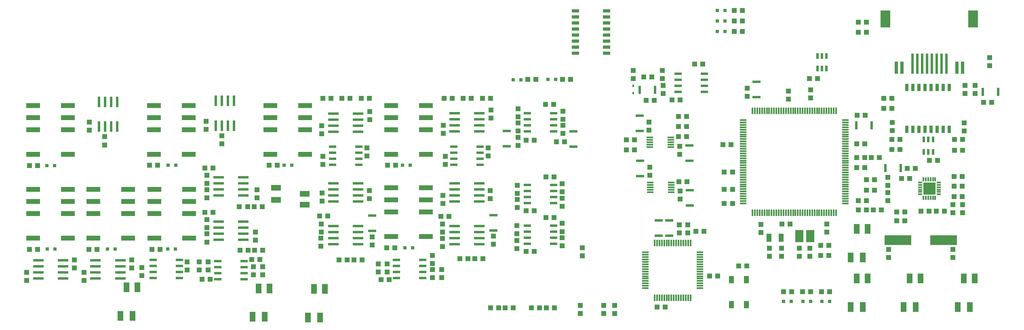
<source format=gbr>
G04 EAGLE Gerber RS-274X export*
G75*
%MOMM*%
%FSLAX34Y34*%
%LPD*%
%INSolderpaste Top*%
%IPPOS*%
%AMOC8*
5,1,8,0,0,1.08239X$1,22.5*%
G01*
%ADD10R,3.000000X1.110000*%
%ADD11R,2.200000X0.600000*%
%ADD12R,0.600000X2.200000*%
%ADD13R,1.500000X0.600000*%
%ADD14R,1.524000X0.635000*%
%ADD15R,0.800000X0.800000*%
%ADD16R,1.000000X1.100000*%
%ADD17R,1.100000X1.000000*%
%ADD18R,1.400000X0.300000*%
%ADD19R,0.420000X0.570000*%
%ADD20R,1.000000X1.550000*%
%ADD21R,0.300000X1.475000*%
%ADD22R,1.475000X0.300000*%
%ADD23R,1.820000X0.620000*%
%ADD24R,0.620000X1.820000*%
%ADD25R,1.193800X2.006600*%
%ADD26R,0.800000X1.645000*%
%ADD27R,0.850000X0.300000*%
%ADD28R,0.300000X0.850000*%
%ADD29R,2.600000X2.600000*%
%ADD30R,0.610000X4.300000*%
%ADD31R,0.700000X2.500000*%
%ADD32R,2.032000X3.600000*%
%ADD33R,0.600000X1.150000*%
%ADD34R,1.000000X1.800000*%
%ADD35R,1.750000X2.650000*%
%ADD36R,5.600000X2.100000*%
%ADD37R,2.006600X1.193800*%


D10*
X595450Y360770D03*
X595450Y412560D03*
X595450Y437960D03*
X595450Y463360D03*
X522550Y463360D03*
X522550Y437960D03*
X522550Y412560D03*
X522550Y360770D03*
X98450Y360770D03*
X98450Y412560D03*
X98450Y437960D03*
X98450Y463360D03*
X25550Y463360D03*
X25550Y437960D03*
X25550Y412560D03*
X25550Y360770D03*
D11*
X654000Y433350D03*
X706000Y433350D03*
X654000Y446050D03*
X654000Y420650D03*
X654000Y407950D03*
X706000Y446050D03*
X706000Y420650D03*
X706000Y407950D03*
D10*
X351450Y360770D03*
X351450Y412560D03*
X351450Y437960D03*
X351450Y463360D03*
X278550Y463360D03*
X278550Y437960D03*
X278550Y412560D03*
X278550Y360770D03*
X848450Y360770D03*
X848450Y412560D03*
X848450Y437960D03*
X848450Y463360D03*
X775550Y463360D03*
X775550Y437960D03*
X775550Y412560D03*
X775550Y360770D03*
D11*
X908000Y434350D03*
X960000Y434350D03*
X908000Y447050D03*
X908000Y421650D03*
X908000Y408950D03*
X960000Y447050D03*
X960000Y421650D03*
X960000Y408950D03*
D12*
X433350Y473000D03*
X433350Y421000D03*
X446050Y473000D03*
X420650Y473000D03*
X407950Y473000D03*
X446050Y421000D03*
X420650Y421000D03*
X407950Y421000D03*
X188350Y471000D03*
X188350Y419000D03*
X201050Y471000D03*
X175650Y471000D03*
X162950Y471000D03*
X201050Y419000D03*
X175650Y419000D03*
X162950Y419000D03*
D13*
X961500Y351650D03*
X906500Y351650D03*
X961500Y338950D03*
X961500Y364350D03*
X961500Y377050D03*
X906500Y338950D03*
X906500Y364350D03*
X906500Y377050D03*
D11*
X908000Y287350D03*
X960000Y287350D03*
X908000Y300050D03*
X908000Y274650D03*
X908000Y261950D03*
X960000Y300050D03*
X960000Y274650D03*
X960000Y261950D03*
X654000Y287350D03*
X706000Y287350D03*
X654000Y300050D03*
X654000Y274650D03*
X654000Y261950D03*
X706000Y300050D03*
X706000Y274650D03*
X706000Y261950D03*
D10*
X848450Y187770D03*
X848450Y239560D03*
X848450Y264960D03*
X848450Y290360D03*
X775550Y290360D03*
X775550Y264960D03*
X775550Y239560D03*
X775550Y187770D03*
D11*
X88000Y112650D03*
X36000Y112650D03*
X88000Y99950D03*
X88000Y125350D03*
X88000Y138050D03*
X36000Y99950D03*
X36000Y125350D03*
X36000Y138050D03*
X208000Y112650D03*
X156000Y112650D03*
X208000Y99950D03*
X208000Y125350D03*
X208000Y138050D03*
X156000Y99950D03*
X156000Y125350D03*
X156000Y138050D03*
D10*
X98450Y184270D03*
X98450Y236060D03*
X98450Y261460D03*
X98450Y286860D03*
X25550Y286860D03*
X25550Y261460D03*
X25550Y236060D03*
X25550Y184270D03*
X224450Y184270D03*
X224450Y236060D03*
X224450Y261460D03*
X224450Y286860D03*
X151550Y286860D03*
X151550Y261460D03*
X151550Y236060D03*
X151550Y184270D03*
X352450Y184270D03*
X352450Y236060D03*
X352450Y261460D03*
X352450Y286860D03*
X279550Y286860D03*
X279550Y261460D03*
X279550Y236060D03*
X279550Y184270D03*
D13*
X331500Y113650D03*
X276500Y113650D03*
X331500Y100950D03*
X331500Y126350D03*
X331500Y139050D03*
X276500Y100950D03*
X276500Y126350D03*
X276500Y139050D03*
D14*
X1226400Y573550D03*
X1226400Y586250D03*
X1226400Y598950D03*
X1226400Y611650D03*
X1226400Y624350D03*
X1226400Y637050D03*
X1226400Y649750D03*
X1226400Y662450D03*
X1161600Y662450D03*
X1161600Y649750D03*
X1161600Y637050D03*
X1161600Y624350D03*
X1161600Y611650D03*
X1161600Y598950D03*
X1161600Y586250D03*
X1161600Y573550D03*
D15*
X551000Y338000D03*
X567000Y338000D03*
X799000Y338000D03*
X815000Y338000D03*
X55000Y161500D03*
X71000Y161500D03*
X181000Y161500D03*
X197000Y161500D03*
X307000Y161500D03*
X323000Y161500D03*
D16*
X766500Y164000D03*
X783500Y164000D03*
X17500Y160500D03*
X34500Y160500D03*
X142500Y160500D03*
X159500Y160500D03*
D11*
X960000Y184650D03*
X908000Y184650D03*
X960000Y171950D03*
X960000Y197350D03*
X960000Y210050D03*
X908000Y171950D03*
X908000Y197350D03*
X908000Y210050D03*
X706000Y184650D03*
X654000Y184650D03*
X706000Y171950D03*
X706000Y197350D03*
X706000Y210050D03*
X654000Y171950D03*
X654000Y197350D03*
X654000Y210050D03*
D13*
X841500Y113650D03*
X786500Y113650D03*
X841500Y100950D03*
X841500Y126350D03*
X841500Y139050D03*
X786500Y100950D03*
X786500Y126350D03*
X786500Y139050D03*
D17*
X862000Y118500D03*
X862000Y101500D03*
X767000Y130500D03*
X767000Y113500D03*
X883000Y197500D03*
X883000Y214500D03*
X629000Y197500D03*
X629000Y214500D03*
X990000Y188500D03*
X990000Y171500D03*
X736000Y187500D03*
X736000Y170500D03*
D13*
X1060500Y434350D03*
X1115500Y434350D03*
X1060500Y447050D03*
X1060500Y421650D03*
X1060500Y408950D03*
X1115500Y447050D03*
X1115500Y421650D03*
X1115500Y408950D03*
D17*
X1135000Y434500D03*
X1135000Y451500D03*
D15*
X54000Y337000D03*
X70000Y337000D03*
D16*
X17500Y337000D03*
X34500Y337000D03*
D15*
X308000Y338000D03*
X324000Y338000D03*
D16*
X269500Y338000D03*
X286500Y338000D03*
X1031500Y38000D03*
X1014500Y38000D03*
X1069500Y38000D03*
X1086500Y38000D03*
D18*
X1318000Y301000D03*
X1318000Y296000D03*
X1318000Y291000D03*
X1318000Y286000D03*
X1318000Y281000D03*
X1362000Y281000D03*
X1362000Y286000D03*
X1362000Y291000D03*
X1362000Y296000D03*
X1362000Y301000D03*
X1317000Y396000D03*
X1317000Y391000D03*
X1317000Y386000D03*
X1317000Y381000D03*
X1317000Y376000D03*
X1361000Y376000D03*
X1361000Y381000D03*
X1361000Y386000D03*
X1361000Y391000D03*
X1361000Y396000D03*
D11*
X466000Y286650D03*
X414000Y286650D03*
X466000Y273950D03*
X466000Y299350D03*
X466000Y312050D03*
X414000Y273950D03*
X414000Y299350D03*
X414000Y312050D03*
X466000Y193650D03*
X414000Y193650D03*
X466000Y180950D03*
X466000Y206350D03*
X466000Y219050D03*
X414000Y180950D03*
X414000Y206350D03*
X414000Y219050D03*
D13*
X412500Y123350D03*
X467500Y123350D03*
X412500Y136050D03*
X412500Y110650D03*
X412500Y97950D03*
X467500Y136050D03*
X467500Y110650D03*
X467500Y97950D03*
D17*
X392000Y117500D03*
X392000Y134500D03*
X487000Y107500D03*
X487000Y124500D03*
X389000Y299500D03*
X389000Y316500D03*
X389000Y206500D03*
X389000Y223500D03*
X494000Y286500D03*
X494000Y269500D03*
X491000Y197500D03*
X491000Y180500D03*
D16*
X950500Y141000D03*
X967500Y141000D03*
X919500Y141000D03*
X936500Y141000D03*
X697500Y139000D03*
X714500Y139000D03*
X666500Y139000D03*
X683500Y139000D03*
X488500Y251000D03*
X505500Y251000D03*
X457500Y251000D03*
X474500Y251000D03*
X489500Y159000D03*
X506500Y159000D03*
X458500Y159000D03*
X475500Y159000D03*
D17*
X1135000Y404500D03*
X1135000Y421500D03*
X1041000Y439500D03*
X1041000Y456500D03*
X1041000Y409500D03*
X1041000Y426500D03*
D13*
X1115500Y185650D03*
X1060500Y185650D03*
X1115500Y172950D03*
X1115500Y198350D03*
X1115500Y211050D03*
X1060500Y172950D03*
X1060500Y198350D03*
X1060500Y211050D03*
D17*
X1283000Y519500D03*
X1283000Y536500D03*
D16*
X1321500Y523000D03*
X1304500Y523000D03*
D17*
X1345000Y505500D03*
X1345000Y488500D03*
D16*
X1326500Y474000D03*
X1309500Y474000D03*
D17*
X1134000Y168500D03*
X1134000Y185500D03*
X1134000Y251500D03*
X1134000Y268500D03*
X1134000Y198500D03*
X1134000Y215500D03*
X1134000Y281500D03*
X1134000Y298500D03*
X1039000Y162500D03*
X1039000Y179500D03*
X1039000Y193500D03*
X1039000Y210500D03*
X1040000Y248500D03*
X1040000Y265500D03*
X1040000Y278500D03*
X1040000Y295500D03*
D16*
X1285500Y391000D03*
X1268500Y391000D03*
X1121500Y387000D03*
X1138500Y387000D03*
X1285500Y370000D03*
X1268500Y370000D03*
D17*
X1041000Y379500D03*
X1041000Y396500D03*
D19*
X1283000Y504750D03*
X1283000Y489250D03*
D20*
X1488000Y97250D03*
X1488000Y44750D03*
X1520000Y44750D03*
X1520000Y97250D03*
D21*
X1532500Y237620D03*
X1537500Y237620D03*
X1542500Y237620D03*
X1547500Y237620D03*
X1552500Y237620D03*
X1557500Y237620D03*
X1562500Y237620D03*
X1567500Y237620D03*
X1572500Y237620D03*
X1577500Y237620D03*
X1582500Y237620D03*
X1587500Y237620D03*
X1592500Y237620D03*
X1597500Y237620D03*
X1602500Y237620D03*
X1607500Y237620D03*
X1612500Y237620D03*
X1617500Y237620D03*
X1622500Y237620D03*
X1627500Y237620D03*
X1632500Y237620D03*
X1637500Y237620D03*
X1642500Y237620D03*
X1647500Y237620D03*
X1652500Y237620D03*
X1657500Y237620D03*
X1662500Y237620D03*
X1667500Y237620D03*
X1672500Y237620D03*
X1677500Y237620D03*
X1682500Y237620D03*
X1687500Y237620D03*
X1692500Y237620D03*
X1697500Y237620D03*
X1702500Y237620D03*
X1707500Y237620D03*
D22*
X1727380Y257500D03*
X1727380Y262500D03*
X1727380Y267500D03*
X1727380Y272500D03*
X1727380Y277500D03*
X1727380Y282500D03*
X1727380Y287500D03*
X1727380Y292500D03*
X1727380Y297500D03*
X1727380Y302500D03*
X1727380Y307500D03*
X1727380Y312500D03*
X1727380Y317500D03*
X1727380Y322500D03*
X1727380Y327500D03*
X1727380Y332500D03*
X1727380Y337500D03*
X1727380Y342500D03*
X1727380Y347500D03*
X1727380Y352500D03*
X1727380Y357500D03*
X1727380Y362500D03*
X1727380Y367500D03*
X1727380Y372500D03*
X1727380Y377500D03*
X1727380Y382500D03*
X1727380Y387500D03*
X1727380Y392500D03*
X1727380Y397500D03*
X1727380Y402500D03*
X1727380Y407500D03*
X1727380Y412500D03*
X1727380Y417500D03*
X1727380Y422500D03*
X1727380Y427500D03*
X1727380Y432500D03*
D21*
X1707500Y452380D03*
X1702500Y452380D03*
X1697500Y452380D03*
X1692500Y452380D03*
X1687500Y452380D03*
X1682500Y452380D03*
X1677500Y452380D03*
X1672500Y452380D03*
X1667500Y452380D03*
X1662500Y452380D03*
X1657500Y452380D03*
X1652500Y452380D03*
X1647500Y452380D03*
X1642500Y452380D03*
X1637500Y452380D03*
X1632500Y452380D03*
X1627500Y452380D03*
X1622500Y452380D03*
X1617500Y452380D03*
X1612500Y452380D03*
X1607500Y452380D03*
X1602500Y452380D03*
X1597500Y452380D03*
X1592500Y452380D03*
X1587500Y452380D03*
X1582500Y452380D03*
X1577500Y452380D03*
X1572500Y452380D03*
X1567500Y452380D03*
X1562500Y452380D03*
X1557500Y452380D03*
X1552500Y452380D03*
X1547500Y452380D03*
X1542500Y452380D03*
X1537500Y452380D03*
X1532500Y452380D03*
D22*
X1512620Y432500D03*
X1512620Y427500D03*
X1512620Y422500D03*
X1512620Y417500D03*
X1512620Y412500D03*
X1512620Y407500D03*
X1512620Y402500D03*
X1512620Y397500D03*
X1512620Y392500D03*
X1512620Y387500D03*
X1512620Y382500D03*
X1512620Y377500D03*
X1512620Y372500D03*
X1512620Y367500D03*
X1512620Y362500D03*
X1512620Y357500D03*
X1512620Y352500D03*
X1512620Y347500D03*
X1512620Y342500D03*
X1512620Y337500D03*
X1512620Y332500D03*
X1512620Y327500D03*
X1512620Y322500D03*
X1512620Y317500D03*
X1512620Y312500D03*
X1512620Y307500D03*
X1512620Y302500D03*
X1512620Y297500D03*
X1512620Y292500D03*
X1512620Y287500D03*
X1512620Y282500D03*
X1512620Y277500D03*
X1512620Y272500D03*
X1512620Y267500D03*
X1512620Y262500D03*
X1512620Y257500D03*
D21*
X1327500Y59620D03*
X1332500Y59620D03*
X1337500Y59620D03*
X1342500Y59620D03*
X1347500Y59620D03*
X1352500Y59620D03*
X1357500Y59620D03*
X1362500Y59620D03*
X1367500Y59620D03*
X1372500Y59620D03*
X1377500Y59620D03*
X1382500Y59620D03*
X1387500Y59620D03*
X1392500Y59620D03*
X1397500Y59620D03*
X1402500Y59620D03*
D22*
X1422380Y79500D03*
X1422380Y84500D03*
X1422380Y89500D03*
X1422380Y94500D03*
X1422380Y99500D03*
X1422380Y104500D03*
X1422380Y109500D03*
X1422380Y114500D03*
X1422380Y119500D03*
X1422380Y124500D03*
X1422380Y129500D03*
X1422380Y134500D03*
X1422380Y139500D03*
X1422380Y144500D03*
X1422380Y149500D03*
X1422380Y154500D03*
D21*
X1402500Y174380D03*
X1397500Y174380D03*
X1392500Y174380D03*
X1387500Y174380D03*
X1382500Y174380D03*
X1377500Y174380D03*
X1372500Y174380D03*
X1367500Y174380D03*
X1362500Y174380D03*
X1357500Y174380D03*
X1352500Y174380D03*
X1347500Y174380D03*
X1342500Y174380D03*
X1337500Y174380D03*
X1332500Y174380D03*
X1327500Y174380D03*
D22*
X1307620Y154500D03*
X1307620Y149500D03*
X1307620Y144500D03*
X1307620Y139500D03*
X1307620Y134500D03*
X1307620Y129500D03*
X1307620Y124500D03*
X1307620Y119500D03*
X1307620Y114500D03*
X1307620Y109500D03*
X1307620Y104500D03*
X1307620Y99500D03*
X1307620Y94500D03*
X1307620Y89500D03*
X1307620Y84500D03*
X1307620Y79500D03*
D16*
X1349500Y40000D03*
X1332500Y40000D03*
D17*
X1442500Y105000D03*
X1459500Y105000D03*
D16*
X1430500Y199000D03*
X1413500Y199000D03*
D23*
X1336000Y190000D03*
X1336000Y222000D03*
X1358000Y190000D03*
X1358000Y222000D03*
D16*
X1397000Y195500D03*
X1397000Y212500D03*
X1379000Y195500D03*
X1379000Y212500D03*
D24*
X1296000Y496000D03*
X1328000Y496000D03*
D23*
X1296000Y410000D03*
X1296000Y442000D03*
X1400000Y379000D03*
X1400000Y347000D03*
X1297000Y315000D03*
X1297000Y347000D03*
X1401000Y285000D03*
X1401000Y253000D03*
D25*
X636460Y78000D03*
X626300Y18056D03*
X613600Y78000D03*
X600900Y18056D03*
X1884460Y100000D03*
X1874300Y40056D03*
X1861600Y100000D03*
X1848900Y40056D03*
D26*
X1855550Y413220D03*
X1868250Y413220D03*
X1880950Y413220D03*
X1893650Y413220D03*
X1906350Y413220D03*
X1919050Y413220D03*
X1931750Y413220D03*
X1944450Y413220D03*
X1944450Y500780D03*
X1931750Y500780D03*
X1919050Y500780D03*
X1906350Y500780D03*
X1893650Y500780D03*
X1880950Y500780D03*
X1868250Y500780D03*
X1855550Y500780D03*
D27*
X1883500Y301500D03*
X1883500Y296500D03*
X1883500Y291500D03*
X1883500Y286500D03*
X1883500Y281500D03*
X1883500Y276500D03*
D28*
X1890500Y269500D03*
X1895500Y269500D03*
X1900500Y269500D03*
X1905500Y269500D03*
X1910500Y269500D03*
X1915500Y269500D03*
D27*
X1922500Y276500D03*
X1922500Y281500D03*
X1922500Y286500D03*
X1922500Y291500D03*
X1922500Y296500D03*
X1922500Y301500D03*
D28*
X1915500Y308500D03*
X1910500Y308500D03*
X1905500Y308500D03*
X1900500Y308500D03*
X1895500Y308500D03*
X1890500Y308500D03*
D29*
X1903000Y289000D03*
D30*
X1867300Y551500D03*
X1877500Y551500D03*
X1887700Y551500D03*
X1897900Y551500D03*
X1908100Y551500D03*
X1918300Y551500D03*
X1928500Y551500D03*
X1938700Y551500D03*
D31*
X1833500Y542500D03*
X1845600Y542500D03*
X1960400Y542500D03*
X1972500Y542500D03*
D32*
X1995040Y645000D03*
X1810960Y645000D03*
D16*
X1490500Y287000D03*
X1473500Y287000D03*
D15*
X1598000Y52000D03*
X1614000Y52000D03*
D16*
X1597500Y72000D03*
X1614500Y72000D03*
D15*
X1638000Y52000D03*
X1654000Y52000D03*
D16*
X1637500Y72000D03*
X1654500Y72000D03*
D15*
X1678000Y52000D03*
X1694000Y52000D03*
D16*
X1677500Y72000D03*
X1694500Y72000D03*
D25*
X1998460Y100000D03*
X1988300Y40056D03*
X1975600Y100000D03*
X1962900Y40056D03*
D17*
X1221000Y26500D03*
X1221000Y43500D03*
X1172000Y26500D03*
X1172000Y43500D03*
X1176000Y164500D03*
X1176000Y147500D03*
D16*
X1651500Y520000D03*
X1668500Y520000D03*
D33*
X1668500Y541000D03*
X1678000Y541000D03*
X1687500Y541000D03*
X1687500Y567000D03*
X1678000Y567000D03*
X1668500Y567000D03*
D34*
X1567500Y185000D03*
X1592500Y185000D03*
D35*
X1630500Y189000D03*
X1653500Y189000D03*
D16*
X1593000Y163500D03*
X1593000Y146500D03*
X1568000Y163500D03*
X1568000Y146500D03*
X1653000Y163500D03*
X1653000Y146500D03*
X1631000Y163500D03*
X1631000Y146500D03*
D24*
X1750000Y422000D03*
X1782000Y422000D03*
D23*
X1541000Y481000D03*
X1541000Y513000D03*
D16*
X1521000Y482500D03*
X1521000Y499500D03*
X1608000Y476500D03*
X1608000Y493500D03*
X1654000Y479500D03*
X1654000Y496500D03*
D17*
X1751500Y443000D03*
X1768500Y443000D03*
X1750500Y383000D03*
X1767500Y383000D03*
X1750500Y333000D03*
X1767500Y333000D03*
X1754500Y263000D03*
X1771500Y263000D03*
D16*
X1688000Y197500D03*
X1688000Y214500D03*
D17*
X1594500Y214000D03*
X1611500Y214000D03*
D16*
X1550000Y196500D03*
X1550000Y213500D03*
D17*
X1487500Y381000D03*
X1470500Y381000D03*
X1490500Y323000D03*
X1473500Y323000D03*
X1490500Y257000D03*
X1473500Y257000D03*
D33*
X1910500Y392000D03*
X1901000Y392000D03*
X1891500Y392000D03*
X1891500Y366000D03*
X1901000Y366000D03*
X1910500Y366000D03*
D17*
X1844500Y310000D03*
X1861500Y310000D03*
X1816000Y312500D03*
X1816000Y295500D03*
X1816000Y263500D03*
X1816000Y280500D03*
X1973000Y237500D03*
X1973000Y254500D03*
D16*
X1971500Y272000D03*
X1954500Y272000D03*
X1954500Y294000D03*
X1971500Y294000D03*
X1771500Y307000D03*
X1788500Y307000D03*
X1771500Y285000D03*
X1788500Y285000D03*
D17*
X1952000Y237500D03*
X1952000Y254500D03*
D16*
X1934500Y241000D03*
X1917500Y241000D03*
D17*
X1885500Y241000D03*
X1902500Y241000D03*
X1834500Y240000D03*
X1851500Y240000D03*
X1834500Y221000D03*
X1851500Y221000D03*
X1971500Y314000D03*
X1954500Y314000D03*
D24*
X1843000Y332000D03*
X1811000Y332000D03*
D16*
X1976000Y409500D03*
X1976000Y426500D03*
X1825000Y427500D03*
X1825000Y410500D03*
X1841500Y371000D03*
X1824500Y371000D03*
X1841500Y392000D03*
X1824500Y392000D03*
X1955500Y392000D03*
X1972500Y392000D03*
X1955500Y369000D03*
X1972500Y369000D03*
D17*
X1920500Y348000D03*
X1903500Y348000D03*
D16*
X1754500Y617000D03*
X1771500Y617000D03*
D17*
X2029000Y546500D03*
X2029000Y563500D03*
D16*
X1754500Y638000D03*
X1771500Y638000D03*
D13*
X1115500Y270650D03*
X1060500Y270650D03*
X1115500Y257950D03*
X1115500Y283350D03*
X1115500Y296050D03*
X1060500Y257950D03*
X1060500Y283350D03*
X1060500Y296050D03*
X1431500Y504650D03*
X1376500Y504650D03*
X1431500Y491950D03*
X1431500Y517350D03*
X1431500Y530050D03*
X1376500Y491950D03*
X1376500Y517350D03*
X1376500Y530050D03*
D23*
X1018000Y410000D03*
X1018000Y378000D03*
X1157000Y377000D03*
X1157000Y409000D03*
D36*
X1932500Y180000D03*
X1837500Y180000D03*
D16*
X1952000Y143500D03*
X1952000Y160500D03*
X1818000Y143500D03*
X1818000Y160500D03*
X1754500Y244000D03*
X1771500Y244000D03*
X1750500Y354000D03*
X1767500Y354000D03*
X1692500Y148000D03*
X1675500Y148000D03*
X1151500Y518000D03*
X1134500Y518000D03*
X1061500Y518000D03*
X1078500Y518000D03*
D15*
X1104000Y518000D03*
X1120000Y518000D03*
X1031000Y517000D03*
X1047000Y517000D03*
X1459000Y619000D03*
X1475000Y619000D03*
X1459000Y641000D03*
X1475000Y641000D03*
X1459000Y663000D03*
X1475000Y663000D03*
D16*
X1494500Y619000D03*
X1511500Y619000D03*
X1494500Y641000D03*
X1511500Y641000D03*
X1494500Y663000D03*
X1511500Y663000D03*
D24*
X2015000Y492000D03*
X2047000Y492000D03*
D17*
X1978000Y488500D03*
X1978000Y505500D03*
X1999000Y488500D03*
X1999000Y505500D03*
D16*
X1807500Y457000D03*
X1824500Y457000D03*
X1807500Y478000D03*
X1824500Y478000D03*
X2033500Y470000D03*
X2016500Y470000D03*
D23*
X990000Y233000D03*
X990000Y201000D03*
X736000Y232000D03*
X736000Y200000D03*
D25*
X1773460Y100000D03*
X1763300Y40056D03*
X1750600Y100000D03*
X1737900Y40056D03*
D13*
X707500Y351650D03*
X652500Y351650D03*
X707500Y338950D03*
X707500Y364350D03*
X707500Y377050D03*
X652500Y338950D03*
X652500Y364350D03*
X652500Y377050D03*
D16*
X1377500Y419000D03*
X1394500Y419000D03*
X1377500Y440000D03*
X1394500Y440000D03*
X1378500Y303000D03*
X1395500Y303000D03*
X1377500Y398000D03*
X1394500Y398000D03*
D17*
X1244000Y26500D03*
X1244000Y43500D03*
D16*
X985000Y436500D03*
X985000Y453500D03*
X885000Y404500D03*
X885000Y421500D03*
X630000Y403500D03*
X630000Y420500D03*
X731000Y433500D03*
X731000Y450500D03*
X889000Y339500D03*
X889000Y356500D03*
X979000Y374500D03*
X979000Y357500D03*
X253000Y105500D03*
X253000Y122500D03*
X348000Y134500D03*
X348000Y117500D03*
X421000Y399500D03*
X421000Y382500D03*
X388000Y413500D03*
X388000Y430500D03*
X175000Y397500D03*
X175000Y380500D03*
X143000Y411500D03*
X143000Y428500D03*
X1317000Y316500D03*
X1317000Y333500D03*
X1344000Y536500D03*
X1344000Y519500D03*
X631000Y262500D03*
X631000Y279500D03*
X983000Y284500D03*
X983000Y267500D03*
X1380000Y377500D03*
X1380000Y360500D03*
X884000Y257500D03*
X884000Y274500D03*
X1381000Y283500D03*
X1381000Y266500D03*
X730000Y284500D03*
X730000Y267500D03*
X112000Y138500D03*
X112000Y121500D03*
X12000Y112500D03*
X12000Y95500D03*
X232000Y138500D03*
X232000Y121500D03*
X132000Y112500D03*
X132000Y95500D03*
D17*
X483500Y140000D03*
X500500Y140000D03*
X396500Y98000D03*
X379500Y98000D03*
D16*
X1316000Y411500D03*
X1316000Y428500D03*
D17*
X385500Y239000D03*
X402500Y239000D03*
D16*
X389000Y193500D03*
X389000Y176500D03*
X389000Y286500D03*
X389000Y269500D03*
D17*
X385500Y332000D03*
X402500Y332000D03*
X1503500Y126000D03*
X1520500Y126000D03*
X1058500Y157000D03*
X1075500Y157000D03*
X1099500Y228000D03*
X1116500Y228000D03*
X771500Y97000D03*
X754500Y97000D03*
D16*
X862000Y148500D03*
X862000Y131500D03*
D17*
X1115500Y466000D03*
X1098500Y466000D03*
X1058500Y390000D03*
X1075500Y390000D03*
X625500Y231000D03*
X642500Y231000D03*
D16*
X628000Y184500D03*
X628000Y167500D03*
D17*
X879500Y230000D03*
X896500Y230000D03*
D16*
X883000Y183500D03*
X883000Y166500D03*
X632000Y339500D03*
X632000Y356500D03*
X725000Y374500D03*
X725000Y357500D03*
D17*
X1058500Y242000D03*
X1075500Y242000D03*
X1099500Y313000D03*
X1116500Y313000D03*
X1380500Y475000D03*
X1363500Y475000D03*
X1411500Y550000D03*
X1428500Y550000D03*
X632500Y478000D03*
X649500Y478000D03*
X672500Y478000D03*
X689500Y478000D03*
X712500Y478000D03*
X729500Y478000D03*
X926500Y478000D03*
X943500Y478000D03*
X886500Y478000D03*
X903500Y478000D03*
X966500Y478000D03*
X983500Y478000D03*
D16*
X506000Y107500D03*
X506000Y124500D03*
X373000Y117500D03*
X373000Y134500D03*
X881000Y118500D03*
X881000Y101500D03*
X748000Y130500D03*
X748000Y113500D03*
X1100500Y38000D03*
X1117500Y38000D03*
X1000500Y38000D03*
X983500Y38000D03*
X1785500Y244000D03*
X1802500Y244000D03*
X1781500Y354000D03*
X1798500Y354000D03*
X1675500Y169000D03*
X1692500Y169000D03*
X1873500Y331000D03*
X1856500Y331000D03*
X767500Y338000D03*
X784500Y338000D03*
X274500Y161000D03*
X291500Y161000D03*
X519500Y338000D03*
X536500Y338000D03*
D15*
X804000Y164000D03*
X820000Y164000D03*
D37*
X594000Y254540D03*
X534056Y264700D03*
X594000Y277400D03*
X534056Y290100D03*
D25*
X520460Y79000D03*
X510300Y19056D03*
X497600Y79000D03*
X484900Y19056D03*
X243460Y81000D03*
X233300Y21056D03*
X220600Y81000D03*
X207900Y21056D03*
X1773460Y204000D03*
X1763300Y144056D03*
X1750600Y204000D03*
X1737900Y144056D03*
M02*

</source>
